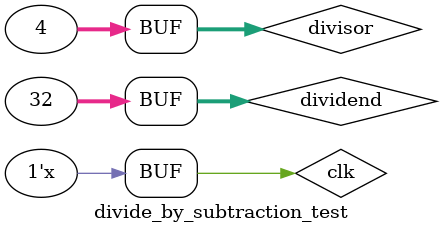
<source format=v>
module divide_by_subtraction_test();
	

	reg [31:0] dividend,divisor;
	reg clk;
	wire [31:0] count, remainder, quotient;
	wire state;
	
	
	divide_by_subtraction dut(.clk(clk), .dividend(dividend), .divisor(divisor), .outputcount(count), .remainder(remainder), .state(state));
	
	always
		#5 clk = ~clk;
	
	initial begin
		clk = 0;
		dividend <= 32'd32;
		divisor <= 32'd4;
		
	end
	
endmodule

</source>
